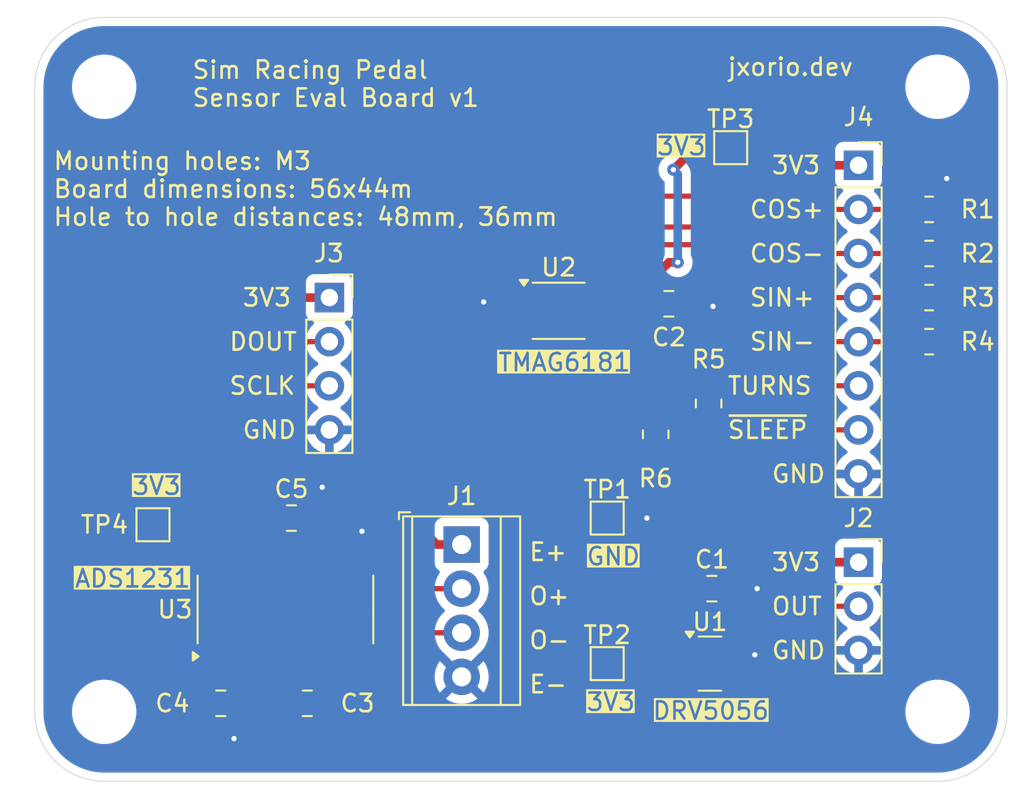
<source format=kicad_pcb>
(kicad_pcb (version 20240108) (generator "pcbnew") (generator_version "8.0")
  (title_block (title "Sim Racing Pedal Sensor Eval Board") (date "2024-09-02") (rev "v1") (company "jxorio.dev"))
  (layers (0 "F.Cu" signal) (31 "B.Cu" signal) (34 "B.Paste" user) (35 "F.Paste" user) (36 "B.SilkS" user "B.Silkscreen") (37 "F.SilkS" user "F.Silkscreen") (38 "B.Mask" user) (39 "F.Mask" user) (44 "Edge.Cuts" user))
  (net 0 "")
  (net 1 "GND")
  (net 2 "/DRV_VCC")
  (net 3 "/TMAG_VCC")
  (net 4 "Net-(C3-Pad2)")
  (net 5 "Net-(C3-Pad1)")
  (net 6 "/ADS_VCC")
  (net 7 "/DRV5056")
  (net 8 "/DOUT")
  (net 9 "/SCLK")
  (net 10 "/~{SLEEP}")
  (net 11 "/TURNS")
  (net 12 "/COS_P")
  (net 13 "/SIN_N")
  (net 14 "/COS_N")
  (net 15 "/SIN_P")
  (net 16 "/AINP")
  (net 17 "/AINN")
  (footprint "Capacitor_SMD:C_0805_2012Metric" (layer "F.Cu") (at 139.7 127.508)
    (property "Reference" "C3" (at 2.892 0 0) (layer "F.SilkS"))
    (property "Value" "100nF")
    (fp_line (start -0.261252 -0.735) (end 0.261252 -0.735) (stroke (width 0.12)) (layer "F.SilkS"))
    (fp_line (start -0.261252 0.735) (end 0.261252 0.735) (stroke (width 0.12)) (layer "F.SilkS"))
    (pad "1" smd roundrect (at -0.95 0) (size 1 1.45) (layers "F.Cu" "F.Paste" "F.Mask") (net 5 "Net-(C3-Pad1)"))
    (pad "2" smd roundrect (at 0.95 0) (size 1 1.45) (layers "F.Cu" "F.Paste" "F.Mask") (net 4 "Net-(C3-Pad2)"))
  )
  (footprint "Package_SO:VSSOP-8_3.0x3.0mm_P0.65mm" (layer "F.Cu") (at 154.178 104.902)
    (property "Reference" "U2" (at 0 -2.5 0) (layer "F.SilkS"))
    (property "Value" "TMAG6181")
    (fp_line (start 1.5 -1.62) (end -1.5 -1.62) (stroke (width 0.12)) (layer "F.SilkS"))
    (fp_line (start 1.5 1.62) (end -1.5 1.62) (stroke (width 0.12)) (layer "F.SilkS"))
    (fp_poly (pts (xy -2 -1.45) (xy -2.24 -1.78) (xy -1.76 -1.78) (xy -2 -1.45)) (stroke (width 0.12)) (fill solid) (layer "F.SilkS"))
    (pad "1" smd rect (at -2.2 -0.975 270) (size 0.45 1.45) (layers "F.Cu" "F.Paste" "F.Mask") (net 12 "/COS_P"))
    (pad "2" smd rect (at -2.2 -0.325 270) (size 0.45 1.45) (layers "F.Cu" "F.Paste" "F.Mask") (net 1 "GND"))
    (pad "3" smd rect (at -2.2 0.325 270) (size 0.45 1.45) (layers "F.Cu" "F.Paste" "F.Mask") (net 14 "/COS_N"))
    (pad "4" smd rect (at -2.2 0.975 270) (size 0.45 1.45) (layers "F.Cu" "F.Paste" "F.Mask") (net 10 "/~{SLEEP}"))
    (pad "5" smd rect (at 2.2 0.975 270) (size 0.45 1.45) (layers "F.Cu" "F.Paste" "F.Mask") (net 11 "/TURNS"))
    (pad "6" smd rect (at 2.2 0.325 270) (size 0.45 1.45) (layers "F.Cu" "F.Paste" "F.Mask") (net 13 "/SIN_N"))
    (pad "7" smd rect (at 2.2 -0.325 270) (size 0.45 1.45) (layers "F.Cu" "F.Paste" "F.Mask") (net 3 "/TMAG_VCC"))
    (pad "8" smd rect (at 2.2 -0.975 270) (size 0.45 1.45) (layers "F.Cu" "F.Paste" "F.Mask") (net 15 "/SIN_P"))
  )
  (footprint "MountingHole:MountingHole_3.2mm_M3" (layer "F.Cu") (at 128 128)
    (property "Reference" "H4" (hide yes))
    (property "Value" "M3")
    (pad "" np_thru_hole circle (at 0 0) (size 3.2 3.2) (drill 3.2) (layers "*.Cu" "*.Mask"))
  )
  (footprint "TestPoint:TestPoint_Pad_1.5x1.5mm" (layer "F.Cu") (at 156.972 116.84)
    (property "Reference" "TP1" (at 0 -1.648 0) (layer "F.SilkS"))
    (property "Value" "GND")
    (fp_line (start -0.95 -0.95) (end 0.95 -0.95) (stroke (width 0.12)) (layer "F.SilkS"))
    (fp_line (start -0.95 0.95) (end -0.95 -0.95) (stroke (width 0.12)) (layer "F.SilkS"))
    (fp_line (start 0.95 -0.95) (end 0.95 0.95) (stroke (width 0.12)) (layer "F.SilkS"))
    (fp_line (start 0.95 0.95) (end -0.95 0.95) (stroke (width 0.12)) (layer "F.SilkS"))
    (pad "1" smd rect (at 0 0) (size 1.5 1.5) (layers "F.Cu" "F.Mask") (net 1 "GND"))
  )
  (footprint "Package_TO_SOT_SMD:SOT-23" (layer "F.Cu") (at 162.8925 125.222)
    (property "Reference" "U1" (at 0 -2.4 0) (layer "F.SilkS"))
    (property "Value" "DRV5056")
    (fp_line (start 0 -1.56) (end -0.65 -1.56) (stroke (width 0.12)) (layer "F.SilkS"))
    (fp_line (start 0 -1.56) (end 0.65 -1.56) (stroke (width 0.12)) (layer "F.SilkS"))
    (fp_line (start 0 1.56) (end -0.65 1.56) (stroke (width 0.12)) (layer "F.SilkS"))
    (fp_line (start 0 1.56) (end 0.65 1.56) (stroke (width 0.12)) (layer "F.SilkS"))
    (fp_poly (pts (xy -1.1625 -1.51) (xy -1.4025 -1.84) (xy -0.9225 -1.84) (xy -1.1625 -1.51)) (stroke (width 0.12)) (fill solid) (layer "F.SilkS"))
    (pad "1" smd roundrect (at -0.9375 -0.95) (size 1.475 0.6) (layers "F.Cu" "F.Paste" "F.Mask") (net 2 "/DRV_VCC"))
    (pad "2" smd roundrect (at -0.9375 0.95) (size 1.475 0.6) (layers "F.Cu" "F.Paste" "F.Mask") (net 7 "/DRV5056"))
    (pad "3" smd roundrect (at 0.9375 0) (size 1.475 0.6) (layers "F.Cu" "F.Paste" "F.Mask") (net 1 "GND"))
  )
  (footprint "Resistor_SMD:R_0805_2012Metric" (layer "F.Cu") (at 175.514 99.06)
    (property "Reference" "R1" (at 2.794 0 0) (layer "F.SilkS"))
    (property "Value" "50k")
    (fp_line (start -0.227064 -0.735) (end 0.227064 -0.735) (stroke (width 0.12)) (layer "F.SilkS"))
    (fp_line (start -0.227064 0.735) (end 0.227064 0.735) (stroke (width 0.12)) (layer "F.SilkS"))
    (pad "1" smd roundrect (at -0.9125 0) (size 1.025 1.4) (layers "F.Cu" "F.Paste" "F.Mask") (roundrect_rratio 0.243902) (net 12 "/COS_P"))
    (pad "2" smd roundrect (at 0.9125 0) (size 1.025 1.4) (layers "F.Cu" "F.Paste" "F.Mask") (roundrect_rratio 0.243902) (net 1 "GND"))
  )
  (footprint "MountingHole:MountingHole_3.2mm_M3" (layer "F.Cu") (at 128 92)
    (property "Reference" "H1" (hide yes))
    (property "Value" "M3")
    (pad "" np_thru_hole circle (at 0 0) (size 3.2 3.2) (drill 3.2) (layers "*.Cu" "*.Mask"))
  )
  (footprint "Capacitor_SMD:C_0805_2012Metric" (layer "F.Cu") (at 163.002 120.904)
    (property "Reference" "C1" (at 0 -1.68 0) (layer "F.SilkS"))
    (property "Value" "100nF")
    (fp_line (start -0.261252 -0.735) (end 0.261252 -0.735) (stroke (width 0.12)) (layer "F.SilkS"))
    (fp_line (start -0.261252 0.735) (end 0.261252 0.735) (stroke (width 0.12)) (layer "F.SilkS"))
    (pad "1" smd roundrect (at -0.95 0) (size 1 1.45) (layers "F.Cu" "F.Paste" "F.Mask") (net 2 "/DRV_VCC"))
    (pad "2" smd roundrect (at 0.95 0) (size 1 1.45) (layers "F.Cu" "F.Paste" "F.Mask") (net 1 "GND"))
  )
  (footprint "Resistor_SMD:R_0805_2012Metric" (layer "F.Cu") (at 175.514 101.6)
    (property "Reference" "R2" (at 2.794 0 0) (layer "F.SilkS"))
    (property "Value" "50k")
    (fp_line (start -0.227064 -0.735) (end 0.227064 -0.735) (stroke (width 0.12)) (layer "F.SilkS"))
    (fp_line (start -0.227064 0.735) (end 0.227064 0.735) (stroke (width 0.12)) (layer "F.SilkS"))
    (pad "1" smd roundrect (at -0.9125 0) (size 1.025 1.4) (layers "F.Cu" "F.Paste" "F.Mask") (roundrect_rratio 0.243902) (net 14 "/COS_N"))
    (pad "2" smd roundrect (at 0.9125 0) (size 1.025 1.4) (layers "F.Cu" "F.Paste" "F.Mask") (roundrect_rratio 0.243902) (net 1 "GND"))
  )
  (footprint "TerminalBlock_TE-Connectivity:TerminalBlock_TE_282834-4_1x04_P2.54mm_Horizontal" (layer "F.Cu") (at 148.59 118.364 -90)
    (property "Reference" "J1" (at -2.794 0 180) (layer "F.SilkS"))
    (property "Value" "LoadCell")
    (fp_line (start -1.86 3.61) (end -1.46 3.61) (stroke (width 0.12)) (layer "F.SilkS"))
    (fp_line (start -1.62 3.37) (end 9.241 3.37) (stroke (width 0.12)) (layer "F.SilkS"))
    (fp_line (start -1.86 2.97) (end -1.86 3.61) (stroke (width 0.12)) (layer "F.SilkS"))
    (fp_line (start -1.62 2.85) (end 9.241 2.85) (stroke (width 0.12)) (layer "F.SilkS"))
    (fp_line (start -1.62 -2.25) (end 9.241 -2.25) (stroke (width 0.12)) (layer "F.SilkS"))
    (fp_line (start -1.62 -3.37) (end -1.62 3.37) (stroke (width 0.12)) (layer "F.SilkS"))
    (fp_line (start -1.62 -3.37) (end 9.241 -3.37) (stroke (width 0.12)) (layer "F.SilkS"))
    (fp_line (start 9.241 -3.37) (end 9.241 3.37) (stroke (width 0.12)) (layer "F.SilkS"))
    (pad "1" thru_hole rect (at 0 0 270) (size 2.1 2.1) (drill 1.1) (layers "*.Cu" "*.Mask") (net 6 "/ADS_VCC"))
    (pad "2" thru_hole circle (at 2.54 0 270) (size 2.1 2.1) (drill 1.1) (layers "*.Cu" "*.Mask") (net 16 "/AINP"))
    (pad "3" thru_hole circle (at 5.08 0 270) (size 2.1 2.1) (drill 1.1) (layers "*.Cu" "*.Mask") (net 17 "/AINN"))
    (pad "4" thru_hole circle (at 7.62 0 270) (size 2.1 2.1) (drill 1.1) (layers "*.Cu" "*.Mask") (net 1 "GND"))
  )
  (footprint "Resistor_SMD:R_0805_2012Metric" (layer "F.Cu") (at 175.514 104.14)
    (property "Reference" "R3" (at 2.794 0 0) (layer "F.SilkS"))
    (property "Value" "50k")
    (fp_line (start -0.227064 -0.735) (end 0.227064 -0.735) (stroke (width 0.12)) (layer "F.SilkS"))
    (fp_line (start -0.227064 0.735) (end 0.227064 0.735) (stroke (width 0.12)) (layer "F.SilkS"))
    (pad "1" smd roundrect (at -0.9125 0) (size 1.025 1.4) (layers "F.Cu" "F.Paste" "F.Mask") (roundrect_rratio 0.243902) (net 15 "/SIN_P"))
    (pad "2" smd roundrect (at 0.9125 0) (size 1.025 1.4) (layers "F.Cu" "F.Paste" "F.Mask") (roundrect_rratio 0.243902) (net 1 "GND"))
  )
  (footprint "Connector_PinSocket_2.54mm:PinSocket_1x04_P2.54mm_Vertical" (layer "F.Cu") (at 140.97 104.14)
    (property "Reference" "J3" (at -0.025 -2.55 180) (layer "F.SilkS"))
    (property "Value" "ADS1231")
    (fp_line (start -1.33 1.27) (end -1.33 8.95) (stroke (width 0.12)) (layer "F.SilkS"))
    (fp_line (start -1.33 1.27) (end 1.33 1.27) (stroke (width 0.12)) (layer "F.SilkS"))
    (fp_line (start -1.33 8.95) (end 1.33 8.95) (stroke (width 0.12)) (layer "F.SilkS"))
    (fp_line (start 0 -1.33) (end 1.33 -1.33) (stroke (width 0.12)) (layer "F.SilkS"))
    (fp_line (start 1.33 -1.33) (end 1.33 0) (stroke (width 0.12)) (layer "F.SilkS"))
    (fp_line (start 1.33 1.27) (end 1.33 8.95) (stroke (width 0.12)) (layer "F.SilkS"))
    (pad "1" thru_hole rect (at 0 0) (size 1.7 1.7) (drill 1) (layers "*.Cu" "*.Mask") (net 6 "/ADS_VCC"))
    (pad "2" thru_hole oval (at 0 2.54) (size 1.7 1.7) (drill 1) (layers "*.Cu" "*.Mask") (net 8 "/DOUT"))
    (pad "3" thru_hole oval (at 0 5.08) (size 1.7 1.7) (drill 1) (layers "*.Cu" "*.Mask") (net 9 "/SCLK"))
    (pad "4" thru_hole oval (at 0 7.62) (size 1.7 1.7) (drill 1) (layers "*.Cu" "*.Mask") (net 1 "GND"))
  )
  (footprint "Package_SO:SO-16_3.9x9.9mm_P1.27mm" (layer "F.Cu") (at 138.44 122.103 90)
    (property "Reference" "U3" (at 0 -6.36 0) (layer "F.SilkS"))
    (property "Value" "ADS1231")
    (fp_line (start 0 -5.06) (end 1.95 -5.06) (stroke (width 0.12)) (layer "F.SilkS"))
    (fp_line (start 0 -5.06) (end -1.95 -5.06) (stroke (width 0.12)) (layer "F.SilkS"))
    (fp_line (start 0 5.06) (end 1.95 5.06) (stroke (width 0.12)) (layer "F.SilkS"))
    (fp_line (start 0 5.06) (end -1.95 5.06) (stroke (width 0.12)) (layer "F.SilkS"))
    (fp_poly (pts (xy -2.7 -5.005) (xy -2.94 -5.335) (xy -2.46 -5.335) (xy -2.7 -5.005)) (stroke (width 0.12)) (fill solid) (layer "F.SilkS"))
    (pad "1" smd roundrect (at -2.575 -4.445 90) (size 1.75 0.6) (layers "F.Cu" "F.Paste" "F.Mask") (net 6 "/ADS_VCC"))
    (pad "2" smd roundrect (at -2.575 -3.175 90) (size 1.75 0.6) (layers "F.Cu" "F.Paste" "F.Mask") (net 1 "GND"))
    (pad "3" smd roundrect (at -2.575 -1.905 90) (size 1.75 0.6) (layers "F.Cu" "F.Paste" "F.Mask") (net 1 "GND"))
    (pad "4" smd roundrect (at -2.575 -0.635 90) (size 1.75 0.6) (layers "F.Cu" "F.Paste" "F.Mask") (net 6 "/ADS_VCC"))
    (pad "5" smd roundrect (at -2.575 0.635 90) (size 1.75 0.6) (layers "F.Cu" "F.Paste" "F.Mask") (net 5 "Net-(C3-Pad1)"))
    (pad "6" smd roundrect (at -2.575 1.905 90) (size 1.75 0.6) (layers "F.Cu" "F.Paste" "F.Mask") (net 4 "Net-(C3-Pad2)"))
    (pad "7" smd roundrect (at -2.575 3.175 90) (size 1.75 0.6) (layers "F.Cu" "F.Paste" "F.Mask") (net 16 "/AINP"))
    (pad "8" smd roundrect (at -2.575 4.445 90) (size 1.75 0.6) (layers "F.Cu" "F.Paste" "F.Mask") (net 17 "/AINN"))
    (pad "9" smd roundrect (at 2.575 4.445 90) (size 1.75 0.6) (layers "F.Cu" "F.Paste" "F.Mask") (net 1 "GND"))
    (pad "10" smd roundrect (at 2.575 3.175 90) (size 1.75 0.6) (layers "F.Cu" "F.Paste" "F.Mask") (net 6 "/ADS_VCC"))
    (pad "11" smd roundrect (at 2.575 1.905 90) (size 1.75 0.6) (layers "F.Cu" "F.Paste" "F.Mask") (net 1 "GND"))
    (pad "12" smd roundrect (at 2.575 0.635 90) (size 1.75 0.6) (layers "F.Cu" "F.Paste" "F.Mask") (net 1 "GND"))
    (pad "13" smd roundrect (at 2.575 -0.635 90) (size 1.75 0.6) (layers "F.Cu" "F.Paste" "F.Mask") (net 6 "/ADS_VCC"))
    (pad "14" smd roundrect (at 2.575 -1.905 90) (size 1.75 0.6) (layers "F.Cu" "F.Paste" "F.Mask") (net 6 "/ADS_VCC"))
    (pad "15" smd roundrect (at 2.575 -3.175 90) (size 1.75 0.6) (layers "F.Cu" "F.Paste" "F.Mask") (net 9 "/SCLK"))
    (pad "16" smd roundrect (at 2.575 -4.445 90) (size 1.75 0.6) (layers "F.Cu" "F.Paste" "F.Mask") (net 8 "/DOUT"))
  )
  (footprint "Connector_PinSocket_2.54mm:PinSocket_1x08_P2.54mm_Vertical" (layer "F.Cu") (at 171.45 96.52)
    (property "Reference" "J4" (at 0 -2.77 0) (layer "F.SilkS"))
    (property "Value" "TMAG6181Header")
    (fp_line (start -1.33 1.27) (end -1.33 19.11) (stroke (width 0.12)) (layer "F.SilkS"))
    (fp_line (start -1.33 1.27) (end 1.33 1.27) (stroke (width 0.12)) (layer "F.SilkS"))
    (fp_line (start -1.33 19.11) (end 1.33 19.11) (stroke (width 0.12)) (layer "F.SilkS"))
    (fp_line (start 0 -1.33) (end 1.33 -1.33) (stroke (width 0.12)) (layer "F.SilkS"))
    (fp_line (start 1.33 -1.33) (end 1.33 0) (stroke (width 0.12)) (layer "F.SilkS"))
    (fp_line (start 1.33 1.27) (end 1.33 19.11) (stroke (width 0.12)) (layer "F.SilkS"))
    (pad "1" thru_hole rect (at 0 0) (size 1.7 1.7) (drill 1) (layers "*.Cu" "*.Mask") (net 3 "/TMAG_VCC"))
    (pad "2" thru_hole oval (at 0 2.54) (size 1.7 1.7) (drill 1) (layers "*.Cu" "*.Mask") (net 12 "/COS_P"))
    (pad "3" thru_hole oval (at 0 5.08) (size 1.7 1.7) (drill 1) (layers "*.Cu" "*.Mask") (net 14 "/COS_N"))
    (pad "4" thru_hole oval (at 0 7.62) (size 1.7 1.7) (drill 1) (layers "*.Cu" "*.Mask") (net 15 "/SIN_P"))
    (pad "5" thru_hole oval (at 0 10.16) (size 1.7 1.7) (drill 1) (layers "*.Cu" "*.Mask") (net 13 "/SIN_N"))
    (pad "6" thru_hole oval (at 0 12.7) (size 1.7 1.7) (drill 1) (layers "*.Cu" "*.Mask") (net 11 "/TURNS"))
    (pad "7" thru_hole oval (at 0 15.24) (size 1.7 1.7) (drill 1) (layers "*.Cu" "*.Mask") (net 10 "/~{SLEEP}"))
    (pad "8" thru_hole oval (at 0 17.78) (size 1.7 1.7) (drill 1) (layers "*.Cu" "*.Mask") (net 1 "GND"))
  )
  (footprint "Capacitor_SMD:C_0805_2012Metric" (layer "F.Cu") (at 160.528 104.4975)
    (property "Reference" "C2" (at 0 1.9285 0) (layer "F.SilkS"))
    (property "Value" "100nF")
    (fp_line (start -0.261252 -0.735) (end 0.261252 -0.735) (stroke (width 0.12)) (layer "F.SilkS"))
    (fp_line (start -0.261252 0.735) (end 0.261252 0.735) (stroke (width 0.12)) (layer "F.SilkS"))
    (pad "1" smd roundrect (at -0.95 0) (size 1 1.45) (layers "F.Cu" "F.Paste" "F.Mask") (net 3 "/TMAG_VCC"))
    (pad "2" smd roundrect (at 0.95 0) (size 1 1.45) (layers "F.Cu" "F.Paste" "F.Mask") (net 1 "GND"))
  )
  (footprint "TestPoint:TestPoint_Pad_1.5x1.5mm" (layer "F.Cu") (at 164.084 95.504)
    (property "Reference" "TP3" (at 0 -1.648 0) (layer "F.SilkS"))
    (property "Value" "TMAG_VCC")
    (fp_line (start -0.95 -0.95) (end 0.95 -0.95) (stroke (width 0.12)) (layer "F.SilkS"))
    (fp_line (start -0.95 0.95) (end -0.95 -0.95) (stroke (width 0.12)) (layer "F.SilkS"))
    (fp_line (start 0.95 -0.95) (end 0.95 0.95) (stroke (width 0.12)) (layer "F.SilkS"))
    (fp_line (start 0.95 0.95) (end -0.95 0.95) (stroke (width 0.12)) (layer "F.SilkS"))
    (pad "1" smd rect (at 0 0) (size 1.5 1.5) (layers "F.Cu" "F.Mask") (net 3 "/TMAG_VCC"))
  )
  (footprint "Capacitor_SMD:C_0805_2012Metric" (layer "F.Cu") (at 138.782 116.84)
    (property "Reference" "C5" (at 0 -1.68 0) (layer "F.SilkS"))
    (property "Value" "100nF")
    (fp_line (start -0.261252 -0.735) (end 0.261252 -0.735) (stroke (width 0.12)) (layer "F.SilkS"))
    (fp_line (start -0.261252 0.735) (end 0.261252 0.735) (stroke (width 0.12)) (layer "F.SilkS"))
    (pad "1" smd roundrect (at -0.95 0) (size 1 1.45) (layers "F.Cu" "F.Paste" "F.Mask") (net 6 "/ADS_VCC"))
    (pad "2" smd roundrect (at 0.95 0) (size 1 1.45) (layers "F.Cu" "F.Paste" "F.Mask") (net 1 "GND"))
  )
  (footprint "Resistor_SMD:R_0805_2012Metric" (layer "F.Cu") (at 162.814 110.236 -90)
    (property "Reference" "R5" (at -2.54 0 180) (layer "F.SilkS"))
    (property "Value" "50k")
    (fp_line (start -0.227064 0.735) (end 0.227064 0.735) (stroke (width 0.12)) (layer "F.SilkS"))
    (fp_line (start -0.227064 -0.735) (end 0.227064 -0.735) (stroke (width 0.12)) (layer "F.SilkS"))
    (pad "1" smd roundrect (at -0.9125 0 270) (size 1.025 1.4) (layers "F.Cu" "F.Paste" "F.Mask") (roundrect_rratio 0.243902) (net 11 "/TURNS"))
    (pad "2" smd roundrect (at 0.9125 0 270) (size 1.025 1.4) (layers "F.Cu" "F.Paste" "F.Mask") (roundrect_rratio 0.243902) (net 3 "/TMAG_VCC"))
  )
  (footprint "MountingHole:MountingHole_3.2mm_M3" (layer "F.Cu") (at 176 128)
    (property "Reference" "H3" (hide yes))
    (property "Value" "M3")
    (pad "" np_thru_hole circle (at 0 0) (size 3.2 3.2) (drill 3.2) (layers "*.Cu" "*.Mask"))
  )
  (footprint "TestPoint:TestPoint_Pad_1.5x1.5mm" (layer "F.Cu") (at 130.81 117.222 90)
    (property "Reference" "TP4" (at 0 -2.794 0) (layer "F.SilkS"))
    (property "Value" "ADS_VCC")
    (fp_line (start 0.95 -0.95) (end 0.95 0.95) (stroke (width 0.12)) (layer "F.SilkS"))
    (fp_line (start -0.95 -0.95) (end 0.95 -0.95) (stroke (width 0.12)) (layer "F.SilkS"))
    (fp_line (start 0.95 0.95) (end -0.95 0.95) (stroke (width 0.12)) (layer "F.SilkS"))
    (fp_line (start -0.95 0.95) (end -0.95 -0.95) (stroke (width 0.12)) (layer "F.SilkS"))
    (pad "1" smd rect (at 0 0 90) (size 1.5 1.5) (layers "F.Cu" "F.Mask") (net 6 "/ADS_VCC"))
  )
  (footprint "MountingHole:MountingHole_3.2mm_M3" (layer "F.Cu") (at 176 92)
    (property "Reference" "H2" (hide yes))
    (property "Value" "M3")
    (pad "" np_thru_hole circle (at 0 0) (size 3.2 3.2) (drill 3.2) (layers "*.Cu" "*.Mask"))
  )
  (footprint "Capacitor_SMD:C_0805_2012Metric" (layer "F.Cu") (at 134.718 127.508)
    (property "Reference" "C4" (at -2.794 0 0) (layer "F.SilkS"))
    (property "Value" "100nF")
    (fp_line (start -0.261252 -0.735) (end 0.261252 -0.735) (stroke (width 0.12)) (layer "F.SilkS"))
    (fp_line (start -0.261252 0.735) (end 0.261252 0.735) (stroke (width 0.12)) (layer "F.SilkS"))
    (pad "1" smd roundrect (at -0.95 0) (size 1 1.45) (layers "F.Cu" "F.Paste" "F.Mask") (net 6 "/ADS_VCC"))
    (pad "2" smd roundrect (at 0.95 0) (size 1 1.45) (layers "F.Cu" "F.Paste" "F.Mask") (net 1 "GND"))
  )
  (footprint "Resistor_SMD:R_0805_2012Metric" (layer "F.Cu") (at 159.766 112.014 90)
    (property "Reference" "R6" (at -2.54 0 0) (layer "F.SilkS"))
    (property "Value" "50k")
    (fp_line (start -0.227064 -0.735) (end 0.227064 -0.735) (stroke (width 0.12)) (layer "F.SilkS"))
    (fp_line (start -0.227064 0.735) (end 0.227064 0.735) (stroke (width 0.12)) (layer "F.SilkS"))
    (pad "1" smd roundrect (at -0.9125 0 90) (size 1.025 1.4) (layers "F.Cu" "F.Paste" "F.Mask") (roundrect_rratio 0.243902) (net 10 "/~{SLEEP}"))
    (pad "2" smd roundrect (at 0.9125 0 90) (size 1.025 1.4) (layers "F.Cu" "F.Paste" "F.Mask") (roundrect_rratio 0.243902) (net 3 "/TMAG_VCC"))
  )
  (footprint "Resistor_SMD:R_0805_2012Metric" (layer "F.Cu") (at 175.514 106.68)
    (property "Reference" "R4" (at 2.794 0 0) (layer "F.SilkS"))
    (property "Value" "50k")
    (fp_line (start -0.227064 -0.735) (end 0.227064 -0.735) (stroke (width 0.12)) (layer "F.SilkS"))
    (fp_line (start -0.227064 0.735) (end 0.227064 0.735) (stroke (width 0.12)) (layer "F.SilkS"))
    (pad "1" smd roundrect (at -0.9125 0) (size 1.025 1.4) (layers "F.Cu" "F.Paste" "F.Mask") (roundrect_rratio 0.243902) (net 13 "/SIN_N"))
    (pad "2" smd roundrect (at 0.9125 0) (size 1.025 1.4) (layers "F.Cu" "F.Paste" "F.Mask") (roundrect_rratio 0.243902) (net 1 "GND"))
  )
  (footprint "Connector_PinSocket_2.54mm:PinSocket_1x03_P2.54mm_Vertical" (layer "F.Cu") (at 171.45 119.38)
    (property "Reference" "J2" (at 0 -2.54 0) (layer "F.SilkS"))
    (property "Value" "DRV5056Header")
    (fp_line (start -1.33 1.27) (end -1.33 6.41) (stroke (width 0.12)) (layer "F.SilkS"))
    (fp_line (start -1.33 1.27) (end 1.33 1.27) (stroke (width 0.12)) (layer "F.SilkS"))
    (fp_line (start -1.33 6.41) (end 1.33 6.41) (stroke (width 0.12)) (layer "F.SilkS"))
    (fp_line (start 0 -1.33) (end 1.33 -1.33) (stroke (width 0.12)) (layer "F.SilkS"))
    (fp_line (start 1.33 -1.33) (end 1.33 0) (stroke (width 0.12)) (layer "F.SilkS"))
    (fp_line (start 1.33 1.27) (end 1.33 6.41) (stroke (width 0.12)) (layer "F.SilkS"))
    (pad "1" thru_hole rect (at 0 0) (size 1.7 1.7) (drill 1) (layers "*.Cu" "*.Mask") (net 2 "/DRV_VCC"))
    (pad "2" thru_hole oval (at 0 2.54) (size 1.7 1.7) (drill 1) (layers "*.Cu" "*.Mask") (net 7 "/DRV5056"))
    (pad "3" thru_hole oval (at 0 5.08) (size 1.7 1.7) (drill 1) (layers "*.Cu" "*.Mask") (net 1 "GND"))
  )
  (footprint "TestPoint:TestPoint_Pad_1.5x1.5mm" (layer "F.Cu") (at 156.972 125.222)
    (property "Reference" "TP2" (at 0 -1.648 0) (layer "F.SilkS"))
    (property "Value" "DRV_VCC")
    (fp_line (start -0.95 -0.95) (end 0.95 -0.95) (stroke (width 0.12)) (layer "F.SilkS"))
    (fp_line (start -0.95 0.95) (end -0.95 -0.95) (stroke (width 0.12)) (layer "F.SilkS"))
    (fp_line (start 0.95 -0.95) (end 0.95 0.95) (stroke (width 0.12)) (layer "F.SilkS"))
    (fp_line (start 0.95 0.95) (end -0.95 0.95) (stroke (width 0.12)) (layer "F.SilkS"))
    (pad "1" smd rect (at 0 0) (size 1.5 1.5) (layers "F.Cu" "F.Mask") (net 2 "/DRV_VCC"))
  )
  (gr_line (start 128 88) (end 176 88) (stroke (width 0.05)) (layer "Edge.Cuts"))
  (gr_line (start 180 92) (end 180 128) (stroke (width 0.05)) (layer "Edge.Cuts"))
  (gr_arc (start 180 128) (mid 178.828427 130.828427) (end 176 132) (stroke (width 0.05)) (layer "Edge.Cuts"))
  (gr_arc (start 128 132) (mid 125.171573 130.828427) (end 124 128) (stroke (width 0.05)) (layer "Edge.Cuts"))
  (gr_arc (start 176 88) (mid 178.828427 89.171573) (end 180 92) (stroke (width 0.05)) (layer "Edge.Cuts"))
  (gr_line (start 176 132) (end 128 132) (stroke (width 0.05)) (layer "Edge.Cuts"))
  (gr_line (start 124 128) (end 124 92) (stroke (width 0.05)) (layer "Edge.Cuts"))
  (gr_arc (start 124 92) (mid 125.171573 89.171573) (end 128 88) (stroke (width 0.05)) (layer "Edge.Cuts"))
  (gr_text "COS-" (at 165.1 101.6 0) (layer "F.SilkS") (effects (font (size 1 1)) (justify left)))
  (gr_text "3V3" (at 129.54 115.57 0) (layer "F.SilkS" knockout) (effects (font (size 1 1)) (justify left bottom)))
  (gr_text "~{SLEEP}" (at 163.83 111.76 0) (layer "F.SilkS") (effects (font (size 1 1)) (justify left)))
  (gr_text "E+" (at 152.4 119.38 0) (layer "F.SilkS") (effects (font (size 1 1)) (justify left bottom)))
  (gr_text "GND" (at 166.37 114.3 0) (layer "F.SilkS") (effects (font (size 1 1)) (justify left)))
  (gr_text "3V3" (at 159.766 96.012 0) (layer "F.SilkS" knockout) (effects (font (size 1 1)) (justify left bottom)))
  (gr_text "GND" (at 155.702 119.634 0) (layer "F.SilkS" knockout) (effects (font (size 1 1)) (justify left bottom)))
  (gr_text "DRV5056\n" (at 159.512 128.524 0) (layer "F.SilkS" knockout) (effects (font (size 1 1)) (justify left bottom)))
  (gr_text "E-" (at 152.4 127 0) (layer "F.SilkS") (effects (font (size 1 1)) (justify left bottom)))
  (gr_text "3V3" (at 166.37 119.38 0) (layer "F.SilkS") (effects (font (size 1 1)) (justify left)))
  (gr_text "TMAG6181" (at 150.622 108.458 0) (layer "F.SilkS" knockout) (effects (font (size 1 1)) (justify left bottom)))
  (gr_text "TURNS" (at 163.83 109.22 0) (layer "F.SilkS") (effects (font (size 1 1)) (justify left)))
  (gr_text "OUT" (at 166.37 121.92 0) (layer "F.SilkS") (effects (font (size 1 1)) (justify left)))
  (gr_text "GND" (at 135.89 111.76 0) (layer "F.SilkS") (effects (font (size 1 1)) (justify left)))
  (gr_text "Mounting holes: M3\nBoard dimensions: 56x44m\nHole to hole distances: 48mm, 36mm" (at 125 100.076 0) (layer "F.SilkS") (effects (font (size 1 1)) (justify left bottom)))
  (gr_text "3V3" (at 166.37 96.52 0) (layer "F.SilkS") (effects (font (size 1 1)) (justify left)))
  (gr_text "GND" (at 166.37 124.46 0) (layer "F.SilkS") (effects (font (size 1 1)) (justify left)))
  (gr_text "3V3" (at 155.702 128.016 0) (layer "F.SilkS" knockout) (effects (font (size 1 1)) (justify left bottom)))
  (gr_text "ADS1231" (at 126.238 120.904 0) (layer "F.SilkS" knockout) (effects (font (size 1 1)) (justify left bottom)))
  (gr_text "SIN+" (at 165.1 104.14 0) (layer "F.SilkS") (effects (font (size 1 1)) (justify left)))
  (gr_text "O+" (at 152.4 121.92 0) (layer "F.SilkS") (effects (font (size 1 1)) (justify left bottom)))
  (gr_text "3V3" (at 135.89 104.14 0) (layer "F.SilkS") (effects (font (size 1 1)) (justify left)))
  (gr_text "COS+" (at 165.1 99.06 0) (layer "F.SilkS") (effects (font (size 1 1)) (justify left)))
  (gr_text "Sim Racing Pedal\nSensor Eval Board v1" (at 133 93.218 0) (layer "F.SilkS") (effects (font (size 1 1)) (justify left bottom)))
  (gr_text "SIN-" (at 165.1 106.68 0) (layer "F.SilkS") (effects (font (size 1 1)) (justify left)))
  (gr_text "SCLK" (at 135.128 109.22 0) (layer "F.SilkS") (effects (font (size 1 1)) (justify left)))
  (gr_text "jxorio.dev" (at 163.83 91.44 0) (layer "F.SilkS") (effects (font (size 1 1)) (justify left bottom)))
  (gr_text "DOUT" (at 135.128 106.68 0) (layer "F.SilkS") (effects (font (size 1 1)) (justify left)))
  (gr_text "O-" (at 152.4 124.46 0) (layer "F.SilkS") (effects (font (size 1 1)) (justify left bottom)))
  (segment (start 136.535 124.678) (end 135.265 124.678) (width 0.5) (layer "F.Cu") (net 1))
  (segment (start 135.668 129.352) (end 135.48 129.54) (width 0.5) (layer "F.Cu") (net 1))
  (segment (start 156.972 116.84) (end 159.258 116.84) (width 0.5) (layer "F.Cu") (net 1))
  (segment (start 139.732 116.84) (end 139.732 115.89) (width 0.5) (layer "F.Cu") (net 1))
  (segment (start 176.4265 97.3855) (end 176.53 97.282) (width 0.5) (layer "F.Cu") (net 1))
  (segment (start 150.043 104.577) (end 149.86 104.394) (width 0.3) (layer "F.Cu") (net 1))
  (segment (start 176.4265 99.06) (end 176.4265 97.3855) (width 0.5) (layer "F.Cu") (net 1))
  (segment (start 161.478 104.4975) (end 162.9175 104.4975) (width 0.5) (layer "F.Cu") (net 1))
  (segment (start 139.732 117.668) (end 139.732 116.84) (width 0.5) (layer "F.Cu") (net 1))
  (segment (start 135.668 127.508) (end 135.668 126.812) (width 0.5) (layer "F.Cu") (net 1))
  (segment (start 176.4265 99.06) (end 176.4265 101.6) (width 0.5) (layer "F.Cu") (net 1))
  (segment (start 136.535 125.945) (end 136.535 124.678) (width 0.5) (layer "F.Cu") (net 1))
  (segment (start 162.9175 104.4975) (end 163.068 104.648) (width 0.5) (layer "F.Cu") (net 1))
  (segment (start 139.075 118.325) (end 139.732 117.668) (width 0.5) (layer "F.Cu") (net 1))
  (segment (start 176.4265 101.6) (end 176.4265 104.14) (width 0.5) (layer "F.Cu") (net 1))
  (segment (start 164.968 125.222) (end 165.476 124.714) (width 0.5) (layer "F.Cu") (net 1))
  (segment (start 151.978 104.577) (end 150.043 104.577) (width 0.3) (layer "F.Cu") (net 1))
  (segment (start 139.075 119.528) (end 139.075 118.325) (width 0.5) (layer "F.Cu") (net 1))
  (segment (start 142.885 119.528) (end 142.885 117.641) (width 0.5) (layer "F.Cu") (net 1))
  (segment (start 163.83 125.222) (end 164.968 125.222) (width 0.5) (layer "F.Cu") (net 1))
  (segment (start 163.952 120.904) (end 165.608 120.904) (width 0.5) (layer "F.Cu") (net 1))
  (segment (start 142.885 117.641) (end 142.846 117.602) (width 0.5) (layer "F.Cu") (net 1))
  (segment (start 135.668 127.508) (end 135.668 129.352) (width 0.5) (layer "F.Cu") (net 1))
  (segment (start 176.4265 104.14) (end 176.4265 106.68) (width 0.5) (layer "F.Cu") (net 1))
  (segment (start 135.668 126.812) (end 136.535 125.945) (width 0.5) (layer "F.Cu") (net 1))
  (segment (start 139.732 115.89) (end 140.56 115.062) (width 0.5) (layer "F.Cu") (net 1))
  (segment (start 139.075 119.528) (end 140.345 119.528) (width 0.5) (layer "F.Cu") (net 1))
  (via (at 142.846 117.602) (size 0.7) (drill 0.3) (layers "F.Cu" "B.Cu") (net 1))
  (via (at 159.258 116.84) (size 0.7) (drill 0.3) (layers "F.Cu" "B.Cu") (net 1))
  (via (at 165.476 124.714) (size 0.7) (drill 0.3) (layers "F.Cu" "B.Cu") (net 1))
  (via (at 176.53 97.282) (size 0.7) (drill 0.3) (layers "F.Cu" "B.Cu") (net 1))
  (via (at 135.48 129.54) (size 0.7) (drill 0.3) (layers "F.Cu" "B.Cu") (net 1))
  (via (at 163.068 104.648) (size 0.7) (drill 0.3) (layers "F.Cu" "B.Cu") (net 1))
  (via (at 165.608 120.904) (size 0.7) (drill 0.3) (layers "F.Cu" "B.Cu") (net 1))
  (via (at 149.86 104.394) (size 0.7) (drill 0.3) (layers "F.Cu" "B.Cu") (net 1))
  (via (at 140.56 115.062) (size 0.7) (drill 0.3) (layers "F.Cu" "B.Cu") (net 1))
  (segment (start 166.116 118.618) (end 162.814 118.618) (width 0.5) (layer "F.Cu") (net 2))
  (segment (start 162.814 118.618) (end 162.052 119.38) (width 0.5) (layer "F.Cu") (net 2))
  (segment (start 161.955 124.272) (end 159.954 124.272) (width 0.5) (layer "F.Cu") (net 2))
  (segment (start 171.45 119.38) (end 166.878 119.38) (width 0.5) (layer "F.Cu") (net 2))
  (segment (start 162.052 119.38) (end 162.052 120.904) (width 0.5) (layer "F.Cu") (net 2))
  (segment (start 159.004 125.222) (end 156.972 125.222) (width 0.5) (layer "F.Cu") (net 2))
  (segment (start 162.052 124.175) (end 161.955 124.272) (width 0.5) (layer "F.Cu") (net 2))
  (segment (start 162.052 120.904) (end 162.052 124.175) (width 0.5) (layer "F.Cu") (net 2))
  (segment (start 159.954 124.272) (end 159.004 125.222) (width 0.5) (layer "F.Cu") (net 2))
  (segment (start 166.878 119.38) (end 166.116 118.618) (width 0.5) (layer "F.Cu") (net 2))
  (segment (start 160.782 96.774) (end 162.052 95.504) (width 0.5) (layer "F.Cu") (net 3))
  (segment (start 156.378 104.577) (end 155.011 104.577) (width 0.3) (layer "F.Cu") (net 3))
  (segment (start 162.052 95.504) (end 162.56 95.504) (width 0.5) (layer "F.Cu") (net 3))
  (segment (start 155.011 104.577) (end 154.432 105.156) (width 0.3) (layer "F.Cu") (net 3))
  (segment (start 160.528 102.108) (end 159.578 103.058) (width 0.5) (layer "F.Cu") (net 3))
  (segment (start 159.578 103.058) (end 159.578 104.4975) (width 0.5) (layer "F.Cu") (net 3))
  (segment (start 154.432 105.664) (end 159.9165 111.1485) (width 0.3) (layer "F.Cu") (net 3))
  (segment (start 167.64 96.52) (end 171.45 96.52) (width 0.5) (layer "F.Cu") (net 3))
  (segment (start 162.047 95.504) (end 162.56 95.504) (width 0.5) (layer "F.Cu") (net 3))
  (segment (start 156.378 104.577) (end 159.4985 104.577) (width 0.3) (layer "F.Cu") (net 3))
  (segment (start 162.814 111.1485) (end 159.813 111.1485) (width 0.5) (layer "F.Cu") (net 3))
  (segment (start 159.813 111.1485) (end 159.766 111.1015) (width 0.5) (layer "F.Cu") (net 3))
  (segment (start 166.624 95.504) (end 167.64 96.52) (width 0.5) (layer "F.Cu") (net 3))
  (segment (start 159.4985 104.577) (end 159.578 104.4975) (width 0.3) (layer "F.Cu") (net 3))
  (segment (start 161.036 102.108) (end 160.528 102.108) (width 0.5) (layer "F.Cu") (net 3))
  (segment (start 154.432 105.156) (end 154.432 105.664) (width 0.3) (layer "F.Cu") (net 3))
  (segment (start 162.56 95.504) (end 166.624 95.504) (width 0.5) (layer "F.Cu") (net 3))
  (via (at 160.782 96.774) (size 0.7) (drill 0.3) (layers "F.Cu" "B.Cu") (net 3))
  (via (at 161.036 102.108) (size 0.7) (drill 0.3) (layers "F.Cu" "B.Cu") (net 3))
  (segment (start 161.036 102.108) (end 161.036 97.028) (width 0.5) (layer "B.Cu") (net 3))
  (segment (start 161.036 97.028) (end 160.782 96.774) (width 0.5) (layer "B.Cu") (net 3))
  (segment (start 140.65 127.508) (end 140.65 126.426) (width 0.3) (layer "F.Cu") (net 4))
  (segment (start 140.345 126.121) (end 140.345 124.678) (width 0.3) (layer "F.Cu") (net 4))
  (segment (start 140.65 126.426) (end 140.345 126.121) (width 0.3) (layer "F.Cu") (net 4))
  (segment (start 139.075 124.678) (end 139.075 125.847) (width 0.3) (layer "F.Cu") (net 5))
  (segment (start 138.75 126.172) (end 138.75 127.508) (width 0.3) (layer "F.Cu") (net 5))
  (segment (start 139.075 125.847) (end 138.75 126.172) (width 0.3) (layer "F.Cu") (net 5))
  (segment (start 136.535 121.666) (end 136.535 122.897) (width 0.5) (layer "F.Cu") (net 6))
  (segment (start 136.652 104.14) (end 140.97 104.14) (width 0.5) (layer "F.Cu") (net 6))
  (segment (start 139.192 114.046) (end 137.832 115.406) (width 0.5) (layer "F.Cu") (net 6))
  (segment (start 142.846 114.046) (end 139.192 114.046) (width 0.5) (layer "F.Cu") (net 6))
  (segment (start 133.995 124.678) (end 132.65 124.678) (width 0.5) (layer "F.Cu") (net 6))
  (segment (start 137.004 116.84) (end 137.832 116.84) (width 0.5) (layer "F.Cu") (net 6))
  (segment (start 137.832 115.406) (end 137.832 116.84) (width 0.5) (layer "F.Cu") (net 6))
  (segment (start 136.535 122.897) (end 136.496 122.936) (width 0.5) (layer "F.Cu") (net 6))
  (segment (start 134.21 122.936) (end 136.496 122.936) (width 0.5) (layer "F.Cu") (net 6))
  (segment (start 130.81 117.222) (end 130.81 109.982) (width 0.5) (layer "F.Cu") (net 6))
  (segment (start 133.768 126.426) (end 133.995 126.199) (width 0.5) (layer "F.Cu") (net 6))
  (segment (start 132.65 124.678) (end 130.81 122.838) (width 0.5) (layer "F.Cu") (net 6))
  (segment (start 130.81 122.838) (end 130.81 117.222) (width 0.5) (layer "F.Cu") (net 6))
  (segment (start 133.995 123.151) (end 134.21 122.936) (width 0.5) (layer "F.Cu") (net 6))
  (segment (start 136.535 119.528) (end 136.535 117.309) (width 0.5) (layer "F.Cu") (net 6))
  (segment (start 133.995 126.199) (end 133.995 124.678) (width 0.5) (layer "F.Cu") (net 6))
  (segment (start 137.512 122.936) (end 137.805 123.229) (width 0.5) (layer "F.Cu") (net 6))
  (segment (start 148.59 118.364) (end 147.164 118.364) (width 0.5) (layer "F.Cu") (net 6))
  (segment (start 147.164 118.364) (end 142.846 114.046) (width 0.5) (layer "F.Cu") (net 6))
  (segment (start 140.97 121.666) (end 141.615 121.021) (width 0.5) (layer "F.Cu") (net 6))
  (segment (start 136.496 122.936) (end 137.512 122.936) (width 0.5) (layer "F.Cu") (net 6))
  (segment (start 137.805 119.528) (end 136.535 119.528) (width 0.5) (layer "F.Cu") (net 6))
  (segment (start 133.768 127.508) (end 133.768 126.426) (width 0.5) (layer "F.Cu") (net 6))
  (segment (start 136.535 117.309) (end 137.004 116.84) (width 0.5) (layer "F.Cu") (net 6))
  (segment (start 137.805 123.229) (end 137.805 124.678) (width 0.5) (layer "F.Cu") (net 6))
  (segment (start 130.81 109.982) (end 136.652 104.14) (width 0.5) (layer "F.Cu") (net 6))
  (segment (start 141.615 121.021) (end 141.615 119.528) (width 0.5) (layer "F.Cu") (net 6))
  (segment (start 133.995 124.678) (end 133.995 123.151) (width 0.5) (layer "F.Cu") (net 6))
  (segment (start 136.535 121.666) (end 140.97 121.666) (width 0.5) (layer "F.Cu") (net 6))
  (segment (start 136.535 119.528) (end 136.535 121.666) (width 0.5) (layer "F.Cu") (net 6))
  (segment (start 167 125.222) (end 167 123.19) (width 0.3) (layer "F.Cu") (net 7))
  (segment (start 168.27 121.92) (end 171.45 121.92) (width 0.3) (layer "F.Cu") (net 7))
  (segment (start 161.955 126.172) (end 166.05 126.172) (width 0.3) (layer "F.Cu") (net 7))
  (segment (start 166.05 126.172) (end 167 125.222) (width 0.3) (layer "F.Cu") (net 7))
  (segment (start 167 123.19) (end 168.27 121.92) (width 0.3) (layer "F.Cu") (net 7))
  (segment (start 133.995 112.385) (end 139.7 106.68) (width 0.3) (layer "F.Cu") (net 8))
  (segment (start 133.995 119.528) (end 133.995 112.385) (width 0.3) (layer "F.Cu") (net 8))
  (segment (start 139.7 106.68) (end 140.97 106.68) (width 0.3) (layer "F.Cu") (net 8))
  (segment (start 139.7 109.22) (end 140.97 109.22) (width 0.3) (layer "F.Cu") (net 9))
  (segment (start 135.265 119.528) (end 135.265 113.655) (width 0.3) (layer "F.Cu") (net 9))
  (segment (start 135.265 113.655) (end 139.7 109.22) (width 0.3) (layer "F.Cu") (net 9))
  (segment (start 168.91 111.76) (end 171.45 111.76) (width 0.3) (layer "F.Cu") (net 10))
  (segment (start 151.978 105.877) (end 151.978 106.512) (width 0.3) (layer "F.Cu") (net 10))
  (segment (start 167.64 113.03) (end 168.91 111.76) (width 0.3) (layer "F.Cu") (net 10))
  (segment (start 158.496 113.03) (end 167.64 113.03) (width 0.3) (layer "F.Cu") (net 10))
  (segment (start 151.978 106.512) (end 158.496 113.03) (width 0.3) (layer "F.Cu") (net 10))
  (segment (start 171.45 109.22) (end 162.56 109.22) (width 0.3) (layer "F.Cu") (net 11))
  (segment (start 160.528 109.22) (end 162.56 109.22) (width 0.3) (layer "F.Cu") (net 11))
  (segment (start 156.378 105.877) (end 157.185 105.877) (width 0.3) (layer "F.Cu") (net 11))
  (segment (start 157.185 105.877) (end 160.528 109.22) (width 0.3) (layer "F.Cu") (net 11))
  (segment (start 151.978 102.784) (end 156.464 98.298) (width 0.3) (layer "F.Cu") (net 12))
  (segment (start 156.464 98.298) (end 168.656 98.298) (width 0.3) (layer "F.Cu") (net 12))
  (segment (start 151.978 103.927) (end 151.978 102.784) (width 0.3) (layer "F.Cu") (net 12))
  (segment (start 171.45 99.06) (end 174.6015 99.06) (width 0.3) (layer "F.Cu") (net 12))
  (segment (start 168.656 98.298) (end 169.418 99.06) (width 0.3) (layer "F.Cu") (net 12))
  (segment (start 169.418 99.06) (end 171.45 99.06) (width 0.3) (layer "F.Cu") (net 12))
  (segment (start 156.378 105.227) (end 158.059 105.227) (width 0.3) (layer "F.Cu") (net 13))
  (segment (start 171.45 106.68) (end 174.6015 106.68) (width 0.3) (layer "F.Cu") (net 13))
  (segment (start 159.512 106.68) (end 171.45 106.68) (width 0.3) (layer "F.Cu") (net 13))
  (segment (start 158.059 105.227) (end 159.512 106.68) (width 0.3) (layer "F.Cu") (net 13))
  (segment (start 171.45 101.6) (end 174.6015 101.6) (width 0.3) (layer "F.Cu") (net 14))
  (segment (start 167.132 100.076) (end 168.656 101.6) (width 0.3) (layer "F.Cu") (net 14))
  (segment (start 151.978 105.227) (end 153.091 105.227) (width 0.3) (layer "F.Cu") (net 14))
  (segment (start 168.656 101.6) (end 171.45 101.6) (width 0.3) (layer "F.Cu") (net 14))
  (segment (start 158.242 100.076) (end 167.132 100.076) (width 0.3) (layer "F.Cu") (net 14))
  (segment (start 153.091 105.227) (end 158.242 100.076) (width 0.3) (layer "F.Cu") (net 14))
  (segment (start 166.116 104.14) (end 171.45 104.14) (width 0.3) (layer "F.Cu") (net 15))
  (segment (start 156.378 103.927) (end 156.931 103.927) (width 0.3) (layer "F.Cu") (net 15))
  (segment (start 163.068 101.092) (end 166.116 104.14) (width 0.3) (layer "F.Cu") (net 15))
  (segment (start 159.766 101.092) (end 163.068 101.092) (width 0.3) (layer "F.Cu") (net 15))
  (segment (start 171.45 104.14) (end 174.6015 104.14) (width 0.3) (layer "F.Cu") (net 15))
  (segment (start 156.931 103.927) (end 159.766 101.092) (width 0.3) (layer "F.Cu") (net 15))
  (segment (start 146.148 120.904) (end 145.132 121.92) (width 0.3) (layer "F.Cu") (net 16))
  (segment (start 141.615 123.659) (end 141.615 124.678) (width 0.3) (layer "F.Cu") (net 16))
  (segment (start 148.59 120.904) (end 146.148 120.904) (width 0.3) (layer "F.Cu") (net 16))
  (segment (start 145.132 121.92) (end 143.354 121.92) (width 0.3) (layer "F.Cu") (net 16))
  (segment (start 143.354 121.92) (end 141.615 123.659) (width 0.3) (layer "F.Cu") (net 16))
  (segment (start 142.885 124.678) (end 145.168 124.678) (width 0.3) (layer "F.Cu") (net 17))
  (segment (start 146.402 123.444) (end 148.59 123.444) (width 0.3) (layer "F.Cu") (net 17))
  (segment (start 145.168 124.678) (end 146.402 123.444) (width 0.3) (layer "F.Cu") (net 17))
  (zone (net 1) (net_name "GND") (layer "B.Cu") (connect_pads (clearance 0.5)) (min_thickness 0.25) (fill yes (thermal_gap 0.5) (thermal_bridge_width 0.5))
    (polygon (pts (xy 122 87) (xy 181 87) (xy 181 133) (xy 122 133)))
  )
)
</source>
